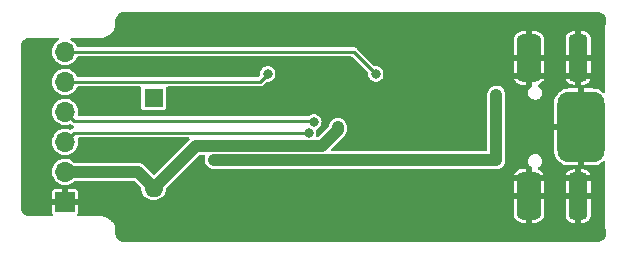
<source format=gbr>
%TF.GenerationSoftware,KiCad,Pcbnew,6.0.11+dfsg-1~bpo11+1*%
%TF.CreationDate,2024-03-27T15:17:51-04:00*%
%TF.ProjectId,Tool - ESP Module Flasher,546f6f6c-202d-4204-9553-50204d6f6475,1.0.0*%
%TF.SameCoordinates,Original*%
%TF.FileFunction,Copper,L2,Bot*%
%TF.FilePolarity,Positive*%
%FSLAX46Y46*%
G04 Gerber Fmt 4.6, Leading zero omitted, Abs format (unit mm)*
G04 Created by KiCad (PCBNEW 6.0.11+dfsg-1~bpo11+1) date 2024-03-27 15:17:51*
%MOMM*%
%LPD*%
G01*
G04 APERTURE LIST*
G04 Aperture macros list*
%AMRoundRect*
0 Rectangle with rounded corners*
0 $1 Rounding radius*
0 $2 $3 $4 $5 $6 $7 $8 $9 X,Y pos of 4 corners*
0 Add a 4 corners polygon primitive as box body*
4,1,4,$2,$3,$4,$5,$6,$7,$8,$9,$2,$3,0*
0 Add four circle primitives for the rounded corners*
1,1,$1+$1,$2,$3*
1,1,$1+$1,$4,$5*
1,1,$1+$1,$6,$7*
1,1,$1+$1,$8,$9*
0 Add four rect primitives between the rounded corners*
20,1,$1+$1,$2,$3,$4,$5,0*
20,1,$1+$1,$4,$5,$6,$7,0*
20,1,$1+$1,$6,$7,$8,$9,0*
20,1,$1+$1,$8,$9,$2,$3,0*%
G04 Aperture macros list end*
%TA.AperFunction,ComponentPad*%
%ADD10R,1.700000X1.700000*%
%TD*%
%TA.AperFunction,ComponentPad*%
%ADD11O,1.700000X1.700000*%
%TD*%
%TA.AperFunction,SMDPad,CuDef*%
%ADD12RoundRect,0.525000X0.525000X-1.475000X0.525000X1.475000X-0.525000X1.475000X-0.525000X-1.475000X0*%
%TD*%
%TA.AperFunction,ComponentPad*%
%ADD13O,2.100000X1.000000*%
%TD*%
%TA.AperFunction,ComponentPad*%
%ADD14O,1.600000X1.000000*%
%TD*%
%TA.AperFunction,ComponentPad*%
%ADD15RoundRect,1.000000X-1.000000X2.000000X-1.000000X-2.000000X1.000000X-2.000000X1.000000X2.000000X0*%
%TD*%
%TA.AperFunction,SMDPad,CuDef*%
%ADD16RoundRect,0.400000X0.400000X-1.600000X0.400000X1.600000X-0.400000X1.600000X-0.400000X-1.600000X0*%
%TD*%
%TA.AperFunction,ComponentPad*%
%ADD17R,1.600000X1.600000*%
%TD*%
%TA.AperFunction,ComponentPad*%
%ADD18O,1.600000X1.600000*%
%TD*%
%TA.AperFunction,ViaPad*%
%ADD19C,0.800000*%
%TD*%
%TA.AperFunction,ViaPad*%
%ADD20C,0.600000*%
%TD*%
%TA.AperFunction,ViaPad*%
%ADD21C,1.600000*%
%TD*%
%TA.AperFunction,ViaPad*%
%ADD22C,1.000000*%
%TD*%
%TA.AperFunction,Conductor*%
%ADD23C,0.250000*%
%TD*%
%TA.AperFunction,Conductor*%
%ADD24C,1.000000*%
%TD*%
%TA.AperFunction,Conductor*%
%ADD25C,0.600000*%
%TD*%
G04 APERTURE END LIST*
D10*
%TO.P,J802,1,Pin_1*%
%TO.N,GND*%
X103986000Y-106350000D03*
D11*
%TO.P,J802,2,Pin_2*%
%TO.N,I2C-Vcc*%
X103986000Y-103810000D03*
%TO.P,J802,3,Pin_3*%
%TO.N,RxD*%
X103986000Y-101270000D03*
%TO.P,J802,4,Pin_4*%
%TO.N,TxD*%
X103986000Y-98730000D03*
%TO.P,J802,5,Pin_5*%
%TO.N,io0*%
X103986000Y-96190000D03*
%TO.P,J802,6,Pin_6*%
%TO.N,~{RESET}*%
X103986000Y-93650000D03*
%TD*%
D12*
%TO.P,J102,S1,SHIELD*%
%TO.N,GND*%
X143281795Y-105846965D03*
D13*
X143270000Y-104320000D03*
D12*
X143281795Y-94153035D03*
D14*
X147450000Y-95680000D03*
D15*
X147670000Y-100000000D03*
D14*
X147450000Y-104320000D03*
D16*
X147450000Y-94153035D03*
X147450000Y-105846965D03*
D13*
X143270000Y-95680000D03*
%TD*%
D17*
%TO.P,SW202,1*%
%TO.N,Net-(C202-Pad1)*%
X111506000Y-97536000D03*
D18*
%TO.P,SW202,2*%
%TO.N,I2C-Vcc*%
X111506000Y-105156000D03*
%TD*%
D19*
%TO.N,io0*%
X121158000Y-95504000D03*
%TO.N,~{RESET}*%
X130302000Y-95504000D03*
%TO.N,TxD*%
X125052695Y-99591364D03*
%TO.N,RxD*%
X124624500Y-100494500D03*
D20*
%TO.N,GND*%
X129540000Y-100000000D03*
X135636000Y-100000000D03*
D21*
X149000000Y-109000000D03*
X149000000Y-91000000D03*
X125000000Y-91000000D03*
D20*
X138684000Y-98806000D03*
D21*
X125000000Y-109000000D03*
D20*
X138684000Y-101346000D03*
D19*
%TO.N,Vbus*%
X140508406Y-102815536D03*
D22*
X116586000Y-102794000D03*
D19*
X140517682Y-97255928D03*
D22*
%TO.N,I2C-Vcc*%
X127100000Y-100000000D03*
%TD*%
D23*
%TO.N,~{RESET}*%
X130302000Y-95504000D02*
X128448000Y-93650000D01*
X128448000Y-93650000D02*
X103986000Y-93650000D01*
%TO.N,io0*%
X121158000Y-95504000D02*
X120472000Y-96190000D01*
X120472000Y-96190000D02*
X103986000Y-96190000D01*
%TO.N,TxD*%
X125052695Y-99591364D02*
X124956328Y-99494997D01*
X124956328Y-99494997D02*
X104750997Y-99494997D01*
X104750997Y-99494997D02*
X103986000Y-98730000D01*
%TO.N,RxD*%
X124624500Y-100494500D02*
X104761500Y-100494500D01*
X104761500Y-100494500D02*
X103986000Y-101270000D01*
D24*
%TO.N,I2C-Vcc*%
X127100000Y-100000000D02*
X127100000Y-100230000D01*
X127100000Y-100230000D02*
X125736000Y-101594000D01*
X125736000Y-101594000D02*
X115068000Y-101594000D01*
X115068000Y-101594000D02*
X111506000Y-105156000D01*
X111506000Y-105156000D02*
X110160000Y-103810000D01*
X110160000Y-103810000D02*
X103986000Y-103810000D01*
%TO.N,Vbus*%
X140486870Y-102794000D02*
X116586000Y-102794000D01*
X140508406Y-102815536D02*
X140486870Y-102794000D01*
D25*
X140517682Y-102806260D02*
X140508406Y-102815536D01*
D24*
X140517682Y-97255928D02*
X140517682Y-102806260D01*
%TD*%
%TA.AperFunction,Conductor*%
%TO.N,GND*%
G36*
X148987103Y-90256921D02*
G01*
X149000000Y-90259486D01*
X149012170Y-90257065D01*
X149019856Y-90257065D01*
X149032207Y-90257672D01*
X149133092Y-90267609D01*
X149157309Y-90272425D01*
X149273426Y-90307649D01*
X149296226Y-90317093D01*
X149403239Y-90374292D01*
X149423770Y-90388011D01*
X149517556Y-90464981D01*
X149535019Y-90482444D01*
X149611989Y-90576230D01*
X149625708Y-90596761D01*
X149682907Y-90703774D01*
X149692351Y-90726574D01*
X149727575Y-90842691D01*
X149732391Y-90866908D01*
X149742328Y-90967793D01*
X149742935Y-90980144D01*
X149742935Y-90987830D01*
X149740514Y-91000000D01*
X149742935Y-91012170D01*
X149743079Y-91012894D01*
X149745500Y-91037476D01*
X149745500Y-96997767D01*
X149725498Y-97065888D01*
X149671842Y-97112381D01*
X149601568Y-97122485D01*
X149536988Y-97092991D01*
X149530405Y-97086862D01*
X149481600Y-97038057D01*
X149473021Y-97030883D01*
X149298423Y-96909534D01*
X149288716Y-96903997D01*
X149095390Y-96815486D01*
X149084850Y-96811753D01*
X148878658Y-96758813D01*
X148868128Y-96757047D01*
X148734870Y-96746207D01*
X148729765Y-96746000D01*
X147942115Y-96746000D01*
X147926876Y-96750475D01*
X147925671Y-96751865D01*
X147924000Y-96759548D01*
X147924000Y-103235885D01*
X147928475Y-103251124D01*
X147929865Y-103252329D01*
X147937548Y-103254000D01*
X148729765Y-103254000D01*
X148734870Y-103253793D01*
X148868128Y-103242953D01*
X148878658Y-103241187D01*
X149084850Y-103188247D01*
X149095390Y-103184514D01*
X149288716Y-103096003D01*
X149298423Y-103090466D01*
X149473021Y-102969117D01*
X149481600Y-102961943D01*
X149530405Y-102913138D01*
X149592717Y-102879112D01*
X149663532Y-102884177D01*
X149720368Y-102926724D01*
X149745179Y-102993244D01*
X149745500Y-103002233D01*
X149745500Y-108962524D01*
X149743079Y-108987103D01*
X149740514Y-109000000D01*
X149742935Y-109012170D01*
X149742935Y-109019856D01*
X149742328Y-109032207D01*
X149732391Y-109133092D01*
X149727575Y-109157309D01*
X149692351Y-109273426D01*
X149682907Y-109296226D01*
X149625708Y-109403239D01*
X149611989Y-109423770D01*
X149535019Y-109517556D01*
X149517556Y-109535019D01*
X149423770Y-109611989D01*
X149403239Y-109625708D01*
X149296226Y-109682907D01*
X149273426Y-109692351D01*
X149157309Y-109727575D01*
X149133092Y-109732391D01*
X149032207Y-109742328D01*
X149019856Y-109742935D01*
X149012170Y-109742935D01*
X149000000Y-109740514D01*
X148987103Y-109743079D01*
X148962524Y-109745500D01*
X109037476Y-109745500D01*
X109012897Y-109743079D01*
X109000000Y-109740514D01*
X108987830Y-109742935D01*
X108980144Y-109742935D01*
X108967793Y-109742328D01*
X108866908Y-109732391D01*
X108842691Y-109727575D01*
X108726574Y-109692351D01*
X108703774Y-109682907D01*
X108596761Y-109625708D01*
X108576230Y-109611989D01*
X108482444Y-109535019D01*
X108464981Y-109517556D01*
X108388011Y-109423770D01*
X108374292Y-109403239D01*
X108317093Y-109296226D01*
X108307649Y-109273426D01*
X108272425Y-109157309D01*
X108267609Y-109133092D01*
X108257672Y-109032207D01*
X108257065Y-109019856D01*
X108257065Y-109012170D01*
X108259486Y-109000000D01*
X108256921Y-108987103D01*
X108254500Y-108962524D01*
X108254500Y-108847476D01*
X108256921Y-108822894D01*
X108257065Y-108822171D01*
X108259486Y-108810000D01*
X108257654Y-108800791D01*
X108242886Y-108613146D01*
X108196790Y-108421140D01*
X108121224Y-108238708D01*
X108018050Y-108070343D01*
X108014843Y-108066588D01*
X108014840Y-108066584D01*
X107893016Y-107923948D01*
X107889808Y-107920192D01*
X107815350Y-107856598D01*
X107743416Y-107795160D01*
X107743412Y-107795157D01*
X107739657Y-107791950D01*
X107571292Y-107688776D01*
X107566722Y-107686883D01*
X107566718Y-107686881D01*
X107393433Y-107615104D01*
X107393431Y-107615103D01*
X107388860Y-107613210D01*
X107322853Y-107597363D01*
X107201667Y-107568269D01*
X107201661Y-107568268D01*
X107196854Y-107567114D01*
X107009209Y-107552346D01*
X107000000Y-107550514D01*
X106987103Y-107553079D01*
X106962524Y-107555500D01*
X105139675Y-107555500D01*
X105071554Y-107535498D01*
X105025061Y-107481842D01*
X105014957Y-107411568D01*
X105017222Y-107405658D01*
X141977796Y-107405658D01*
X141977845Y-107407364D01*
X141979263Y-107417273D01*
X142015791Y-107575493D01*
X142020441Y-107588698D01*
X142090376Y-107733364D01*
X142097833Y-107745206D01*
X142198080Y-107870784D01*
X142207976Y-107880680D01*
X142333554Y-107980927D01*
X142345396Y-107988384D01*
X142490062Y-108058319D01*
X142503267Y-108062969D01*
X142661495Y-108099499D01*
X142671380Y-108100915D01*
X142673132Y-108100965D01*
X143009680Y-108100965D01*
X143024919Y-108096490D01*
X143026124Y-108095100D01*
X143027795Y-108087417D01*
X143027795Y-108082849D01*
X143535795Y-108082849D01*
X143540270Y-108098088D01*
X143541660Y-108099293D01*
X143549343Y-108100964D01*
X143890488Y-108100964D01*
X143892194Y-108100915D01*
X143902103Y-108099497D01*
X144060323Y-108062969D01*
X144073528Y-108058319D01*
X144218194Y-107988384D01*
X144230036Y-107980927D01*
X144355614Y-107880680D01*
X144365510Y-107870784D01*
X144465757Y-107745206D01*
X144473214Y-107733364D01*
X144543149Y-107588698D01*
X144547799Y-107575493D01*
X144562795Y-107510537D01*
X146396001Y-107510537D01*
X146396195Y-107515472D01*
X146398413Y-107543668D01*
X146400714Y-107556269D01*
X146442806Y-107701151D01*
X146449053Y-107715587D01*
X146525097Y-107844171D01*
X146534737Y-107856598D01*
X146640367Y-107962228D01*
X146652794Y-107971868D01*
X146781378Y-108047912D01*
X146795814Y-108054159D01*
X146940702Y-108096252D01*
X146953289Y-108098552D01*
X146981499Y-108100772D01*
X146986424Y-108100965D01*
X147177885Y-108100965D01*
X147193124Y-108096490D01*
X147194329Y-108095100D01*
X147196000Y-108087417D01*
X147196000Y-108082849D01*
X147704000Y-108082849D01*
X147708475Y-108098088D01*
X147709865Y-108099293D01*
X147717548Y-108100964D01*
X147913572Y-108100964D01*
X147918507Y-108100770D01*
X147946703Y-108098552D01*
X147959304Y-108096251D01*
X148104186Y-108054159D01*
X148118622Y-108047912D01*
X148247206Y-107971868D01*
X148259633Y-107962228D01*
X148365263Y-107856598D01*
X148374903Y-107844171D01*
X148450947Y-107715587D01*
X148457194Y-107701151D01*
X148499287Y-107556263D01*
X148501587Y-107543676D01*
X148503807Y-107515466D01*
X148504000Y-107510541D01*
X148504000Y-106119080D01*
X148499525Y-106103841D01*
X148498135Y-106102636D01*
X148490452Y-106100965D01*
X147722115Y-106100965D01*
X147706876Y-106105440D01*
X147705671Y-106106830D01*
X147704000Y-106114513D01*
X147704000Y-108082849D01*
X147196000Y-108082849D01*
X147196000Y-106119080D01*
X147191525Y-106103841D01*
X147190135Y-106102636D01*
X147182452Y-106100965D01*
X146414116Y-106100965D01*
X146398877Y-106105440D01*
X146397672Y-106106830D01*
X146396001Y-106114513D01*
X146396001Y-107510537D01*
X144562795Y-107510537D01*
X144584329Y-107417265D01*
X144585745Y-107407380D01*
X144585795Y-107405628D01*
X144585795Y-106119080D01*
X144581320Y-106103841D01*
X144579930Y-106102636D01*
X144572247Y-106100965D01*
X143553910Y-106100965D01*
X143538671Y-106105440D01*
X143537466Y-106106830D01*
X143535795Y-106114513D01*
X143535795Y-108082849D01*
X143027795Y-108082849D01*
X143027795Y-106119080D01*
X143023320Y-106103841D01*
X143021930Y-106102636D01*
X143014247Y-106100965D01*
X141995911Y-106100965D01*
X141980672Y-106105440D01*
X141979467Y-106106830D01*
X141977796Y-106114513D01*
X141977796Y-107405658D01*
X105017222Y-107405658D01*
X105034910Y-107359498D01*
X105068368Y-107309425D01*
X105077684Y-107286934D01*
X105088793Y-107231085D01*
X105090000Y-107218830D01*
X105090000Y-106622115D01*
X105085525Y-106606876D01*
X105084135Y-106605671D01*
X105076452Y-106604000D01*
X102900116Y-106604000D01*
X102884877Y-106608475D01*
X102883672Y-106609865D01*
X102882001Y-106617548D01*
X102882001Y-107218828D01*
X102883209Y-107231088D01*
X102894315Y-107286931D01*
X102903633Y-107309427D01*
X102937090Y-107359498D01*
X102958305Y-107427251D01*
X102939522Y-107495717D01*
X102886705Y-107543161D01*
X102832325Y-107555500D01*
X101037476Y-107555500D01*
X101012897Y-107553079D01*
X101000000Y-107550514D01*
X100987830Y-107552935D01*
X100980144Y-107552935D01*
X100967793Y-107552328D01*
X100866908Y-107542391D01*
X100842691Y-107537575D01*
X100726574Y-107502351D01*
X100703774Y-107492907D01*
X100596761Y-107435708D01*
X100576230Y-107421989D01*
X100482444Y-107345019D01*
X100464981Y-107327556D01*
X100388011Y-107233770D01*
X100374292Y-107213239D01*
X100317093Y-107106226D01*
X100307649Y-107083426D01*
X100272425Y-106967309D01*
X100267609Y-106943092D01*
X100257672Y-106842207D01*
X100257065Y-106829856D01*
X100257065Y-106822170D01*
X100259486Y-106810000D01*
X100256921Y-106797103D01*
X100254500Y-106772524D01*
X100254500Y-106077885D01*
X102882000Y-106077885D01*
X102886475Y-106093124D01*
X102887865Y-106094329D01*
X102895548Y-106096000D01*
X103713885Y-106096000D01*
X103729124Y-106091525D01*
X103730329Y-106090135D01*
X103732000Y-106082452D01*
X103732000Y-106077885D01*
X104240000Y-106077885D01*
X104244475Y-106093124D01*
X104245865Y-106094329D01*
X104253548Y-106096000D01*
X105071884Y-106096000D01*
X105087123Y-106091525D01*
X105088328Y-106090135D01*
X105089999Y-106082452D01*
X105089999Y-105481172D01*
X105088791Y-105468912D01*
X105077685Y-105413069D01*
X105068367Y-105390573D01*
X105026017Y-105327192D01*
X105008808Y-105309983D01*
X104945425Y-105267632D01*
X104922934Y-105258316D01*
X104867085Y-105247207D01*
X104854830Y-105246000D01*
X104258115Y-105246000D01*
X104242876Y-105250475D01*
X104241671Y-105251865D01*
X104240000Y-105259548D01*
X104240000Y-106077885D01*
X103732000Y-106077885D01*
X103732000Y-105264116D01*
X103727525Y-105248877D01*
X103726135Y-105247672D01*
X103718452Y-105246001D01*
X103117172Y-105246001D01*
X103104912Y-105247209D01*
X103049069Y-105258315D01*
X103026573Y-105267633D01*
X102963192Y-105309983D01*
X102945983Y-105327192D01*
X102903632Y-105390575D01*
X102894316Y-105413066D01*
X102883207Y-105468915D01*
X102882000Y-105481170D01*
X102882000Y-106077885D01*
X100254500Y-106077885D01*
X100254500Y-103780964D01*
X102877148Y-103780964D01*
X102890424Y-103983522D01*
X102891845Y-103989118D01*
X102891846Y-103989123D01*
X102911371Y-104066000D01*
X102940392Y-104180269D01*
X103025377Y-104364616D01*
X103142533Y-104530389D01*
X103287938Y-104672035D01*
X103456720Y-104784812D01*
X103462023Y-104787090D01*
X103462026Y-104787092D01*
X103550707Y-104825192D01*
X103643228Y-104864942D01*
X103716244Y-104881464D01*
X103835579Y-104908467D01*
X103835584Y-104908468D01*
X103841216Y-104909742D01*
X103846987Y-104909969D01*
X103846989Y-104909969D01*
X103906756Y-104912317D01*
X104044053Y-104917712D01*
X104144499Y-104903148D01*
X104239231Y-104889413D01*
X104239236Y-104889412D01*
X104244945Y-104888584D01*
X104250409Y-104886729D01*
X104250414Y-104886728D01*
X104431693Y-104825192D01*
X104431698Y-104825190D01*
X104437165Y-104823334D01*
X104614276Y-104724147D01*
X104676934Y-104672035D01*
X104770345Y-104594345D01*
X104771945Y-104596269D01*
X104824851Y-104567379D01*
X104851634Y-104564500D01*
X109795284Y-104564500D01*
X109863405Y-104584502D01*
X109884379Y-104601405D01*
X110415942Y-105132968D01*
X110449968Y-105195280D01*
X110452405Y-105211519D01*
X110460674Y-105309983D01*
X110463806Y-105347278D01*
X110520807Y-105546066D01*
X110523625Y-105551548D01*
X110523626Y-105551552D01*
X110612514Y-105724509D01*
X110612517Y-105724513D01*
X110615334Y-105729995D01*
X110743786Y-105892061D01*
X110901271Y-106026091D01*
X111081789Y-106126980D01*
X111278466Y-106190884D01*
X111483809Y-106215370D01*
X111489944Y-106214898D01*
X111489946Y-106214898D01*
X111683856Y-106199977D01*
X111683860Y-106199976D01*
X111689998Y-106199504D01*
X111889178Y-106143892D01*
X111894682Y-106141112D01*
X111894684Y-106141111D01*
X112068262Y-106053431D01*
X112068264Y-106053430D01*
X112073763Y-106050652D01*
X112236722Y-105923334D01*
X112240748Y-105918670D01*
X112240751Y-105918667D01*
X112367819Y-105771457D01*
X112367820Y-105771455D01*
X112371848Y-105766789D01*
X112422922Y-105676884D01*
X112470950Y-105592340D01*
X112470952Y-105592336D01*
X112473995Y-105586979D01*
X112478030Y-105574850D01*
X141977795Y-105574850D01*
X141982270Y-105590089D01*
X141983660Y-105591294D01*
X141991343Y-105592965D01*
X143009680Y-105592965D01*
X143024919Y-105588490D01*
X143026124Y-105587100D01*
X143027795Y-105579417D01*
X143027795Y-105574850D01*
X143535795Y-105574850D01*
X143540270Y-105590089D01*
X143541660Y-105591294D01*
X143549343Y-105592965D01*
X144567679Y-105592965D01*
X144582918Y-105588490D01*
X144584123Y-105587100D01*
X144585794Y-105579417D01*
X144585794Y-105574850D01*
X146396000Y-105574850D01*
X146400475Y-105590089D01*
X146401865Y-105591294D01*
X146409548Y-105592965D01*
X147177885Y-105592965D01*
X147193124Y-105588490D01*
X147194329Y-105587100D01*
X147196000Y-105579417D01*
X147196000Y-105574850D01*
X147704000Y-105574850D01*
X147708475Y-105590089D01*
X147709865Y-105591294D01*
X147717548Y-105592965D01*
X148485884Y-105592965D01*
X148501123Y-105588490D01*
X148502328Y-105587100D01*
X148503999Y-105579417D01*
X148503999Y-104592115D01*
X148499524Y-104576876D01*
X148498134Y-104575671D01*
X148490451Y-104574000D01*
X147722115Y-104574000D01*
X147706876Y-104578475D01*
X147705671Y-104579865D01*
X147704000Y-104587548D01*
X147704000Y-105574850D01*
X147196000Y-105574850D01*
X147196000Y-104592115D01*
X147191525Y-104576876D01*
X147190135Y-104575671D01*
X147182452Y-104574000D01*
X146414115Y-104574000D01*
X146398876Y-104578475D01*
X146397671Y-104579865D01*
X146396000Y-104587548D01*
X146396000Y-105574850D01*
X144585794Y-105574850D01*
X144585794Y-104592115D01*
X144581319Y-104576876D01*
X144579929Y-104575671D01*
X144572246Y-104574000D01*
X143553910Y-104574000D01*
X143538671Y-104578475D01*
X143537466Y-104579865D01*
X143535795Y-104587548D01*
X143535795Y-105574850D01*
X143027795Y-105574850D01*
X143027795Y-105132115D01*
X143021104Y-105109328D01*
X143016000Y-105073830D01*
X143016000Y-104592115D01*
X143011525Y-104576876D01*
X143010135Y-104575671D01*
X143002452Y-104574000D01*
X141995910Y-104574000D01*
X141980671Y-104578475D01*
X141979466Y-104579865D01*
X141977795Y-104587548D01*
X141977795Y-105574850D01*
X112478030Y-105574850D01*
X112539270Y-105390753D01*
X112562927Y-105203489D01*
X112591309Y-105138413D01*
X112598838Y-105130187D01*
X113666261Y-104062764D01*
X142014209Y-104062764D01*
X142021139Y-104066000D01*
X142997885Y-104066000D01*
X143013124Y-104061525D01*
X143014329Y-104060135D01*
X143016000Y-104052452D01*
X143016000Y-103584115D01*
X143011525Y-103568876D01*
X143010135Y-103567671D01*
X143002452Y-103566000D01*
X142679637Y-103566000D01*
X142672333Y-103566425D01*
X142552634Y-103580380D01*
X142538481Y-103583725D01*
X142386970Y-103638721D01*
X142373971Y-103645231D01*
X142239174Y-103733608D01*
X142228022Y-103742932D01*
X142117172Y-103859947D01*
X142108460Y-103871592D01*
X142027506Y-104010966D01*
X142021706Y-104024304D01*
X142014329Y-104048662D01*
X142014209Y-104062764D01*
X113666261Y-104062764D01*
X115343619Y-102385405D01*
X115405931Y-102351379D01*
X115432714Y-102348500D01*
X115762742Y-102348500D01*
X115830863Y-102368502D01*
X115877356Y-102422158D01*
X115887460Y-102492432D01*
X115883334Y-102511018D01*
X115870971Y-102551838D01*
X115868796Y-102558365D01*
X115848015Y-102615463D01*
X115847132Y-102622454D01*
X115846710Y-102625794D01*
X115842296Y-102646516D01*
X115840491Y-102652475D01*
X115840490Y-102652479D01*
X115838370Y-102659480D01*
X115837917Y-102666786D01*
X115834678Y-102719004D01*
X115833928Y-102726980D01*
X115826800Y-102783399D01*
X115827488Y-102790414D01*
X115828194Y-102797619D01*
X115828553Y-102817715D01*
X115827929Y-102827767D01*
X115827929Y-102827773D01*
X115827476Y-102835080D01*
X115836931Y-102890108D01*
X115838147Y-102899127D01*
X115843318Y-102951862D01*
X115849052Y-102969098D01*
X115853671Y-102987524D01*
X115857271Y-103008477D01*
X115860134Y-103015206D01*
X115860135Y-103015209D01*
X115868768Y-103035498D01*
X115877573Y-103056189D01*
X115877636Y-103056338D01*
X115881251Y-103065893D01*
X115896748Y-103112479D01*
X115908161Y-103131323D01*
X115916319Y-103147250D01*
X115926156Y-103170368D01*
X115930495Y-103176264D01*
X115954713Y-103209173D01*
X115961007Y-103218583D01*
X115980715Y-103251124D01*
X115984435Y-103257267D01*
X115989326Y-103262332D01*
X115989327Y-103262333D01*
X116002418Y-103275889D01*
X116013262Y-103288733D01*
X116030437Y-103312071D01*
X116036021Y-103316815D01*
X116064236Y-103340786D01*
X116073292Y-103349282D01*
X116097127Y-103373964D01*
X116097131Y-103373967D01*
X116102021Y-103379031D01*
X116126923Y-103395326D01*
X116139505Y-103404731D01*
X116158941Y-103421243D01*
X116158945Y-103421246D01*
X116164520Y-103425982D01*
X116181133Y-103434465D01*
X116200601Y-103444406D01*
X116212293Y-103451191D01*
X116243660Y-103471717D01*
X116250260Y-103474171D01*
X116250261Y-103474172D01*
X116275172Y-103483436D01*
X116288556Y-103489318D01*
X116314687Y-103502662D01*
X116314693Y-103502664D01*
X116321212Y-103505993D01*
X116356842Y-103514711D01*
X116370791Y-103518996D01*
X116402315Y-103530720D01*
X116426859Y-103533995D01*
X116439472Y-103535678D01*
X116452754Y-103538182D01*
X116486651Y-103546476D01*
X116486655Y-103546477D01*
X116492108Y-103547811D01*
X116497705Y-103548158D01*
X116497710Y-103548159D01*
X116501275Y-103548380D01*
X116501284Y-103548380D01*
X116503214Y-103548500D01*
X116527204Y-103548500D01*
X116543868Y-103549607D01*
X116563118Y-103552176D01*
X116563122Y-103552176D01*
X116570099Y-103553107D01*
X116577110Y-103552469D01*
X116577114Y-103552469D01*
X116615020Y-103549019D01*
X116626439Y-103548500D01*
X140314137Y-103548500D01*
X140339797Y-103551140D01*
X140440879Y-103572165D01*
X140616752Y-103567406D01*
X140786814Y-103522315D01*
X140793264Y-103518864D01*
X140793266Y-103518863D01*
X140878446Y-103473285D01*
X140886581Y-103469388D01*
X140887314Y-103468970D01*
X140894050Y-103466104D01*
X140899758Y-103461904D01*
X140900979Y-103461229D01*
X140906609Y-103458217D01*
X140941941Y-103439311D01*
X140981095Y-103404731D01*
X140995120Y-103392345D01*
X141003846Y-103385304D01*
X141029854Y-103366165D01*
X141029858Y-103366161D01*
X141035753Y-103361823D01*
X141048160Y-103347219D01*
X141060768Y-103334367D01*
X141073812Y-103322846D01*
X141095047Y-103292799D01*
X141101912Y-103283950D01*
X141144925Y-103233320D01*
X141144930Y-103233312D01*
X141149664Y-103227740D01*
X141172156Y-103183692D01*
X141172671Y-103183955D01*
X141173126Y-103182319D01*
X141175354Y-103179167D01*
X141178093Y-103172370D01*
X141179298Y-103170160D01*
X141181227Y-103165927D01*
X141226348Y-103077564D01*
X141226349Y-103077562D01*
X141229675Y-103071048D01*
X141232125Y-103061039D01*
X141257205Y-102958541D01*
X141271493Y-102900152D01*
X141272123Y-102890000D01*
X143215500Y-102890000D01*
X143235416Y-103041280D01*
X143293808Y-103182250D01*
X143386696Y-103303304D01*
X143393242Y-103308327D01*
X143507750Y-103396192D01*
X143506240Y-103398160D01*
X143546569Y-103440450D01*
X143560010Y-103510163D01*
X143541469Y-103553465D01*
X143535795Y-103579548D01*
X143535795Y-104047885D01*
X143540270Y-104063124D01*
X143541660Y-104064329D01*
X143549343Y-104066000D01*
X144513254Y-104066000D01*
X144526785Y-104062027D01*
X144527516Y-104056944D01*
X144523967Y-104048604D01*
X146426588Y-104048604D01*
X146426628Y-104062705D01*
X146433898Y-104066000D01*
X147177885Y-104066000D01*
X147193124Y-104061525D01*
X147194329Y-104060135D01*
X147196000Y-104052452D01*
X147196000Y-104047885D01*
X147704000Y-104047885D01*
X147708475Y-104063124D01*
X147709865Y-104064329D01*
X147717548Y-104066000D01*
X148460351Y-104066000D01*
X148473882Y-104062027D01*
X148475017Y-104054129D01*
X148457193Y-103992778D01*
X148450948Y-103978345D01*
X148374903Y-103849759D01*
X148365263Y-103837332D01*
X148259633Y-103731702D01*
X148247206Y-103722062D01*
X148118622Y-103646018D01*
X148104187Y-103639772D01*
X148050047Y-103624042D01*
X148027905Y-103615264D01*
X148021139Y-103611809D01*
X148007500Y-103606737D01*
X147849284Y-103568023D01*
X147838225Y-103566340D01*
X147834679Y-103566120D01*
X147830801Y-103566000D01*
X147722115Y-103566000D01*
X147706876Y-103570475D01*
X147705671Y-103571865D01*
X147704000Y-103579548D01*
X147704000Y-104047885D01*
X147196000Y-104047885D01*
X147196000Y-103584115D01*
X147191525Y-103568876D01*
X147190135Y-103567671D01*
X147182452Y-103566000D01*
X147109637Y-103566000D01*
X147102333Y-103566425D01*
X146982634Y-103580380D01*
X146968481Y-103583726D01*
X146891183Y-103611783D01*
X146883345Y-103614341D01*
X146795814Y-103639771D01*
X146781378Y-103646018D01*
X146652794Y-103722062D01*
X146640367Y-103731702D01*
X146534737Y-103837332D01*
X146525097Y-103849759D01*
X146449052Y-103978345D01*
X146442807Y-103992778D01*
X146426588Y-104048604D01*
X144523967Y-104048604D01*
X144482271Y-103950612D01*
X144475071Y-103937988D01*
X144379533Y-103808167D01*
X144369619Y-103797536D01*
X144246775Y-103693172D01*
X144234686Y-103685109D01*
X144098865Y-103615755D01*
X144047292Y-103566961D01*
X144030286Y-103498032D01*
X144053246Y-103430850D01*
X144090370Y-103396971D01*
X144092250Y-103396192D01*
X144187836Y-103322846D01*
X144206758Y-103308327D01*
X144213304Y-103303304D01*
X144306192Y-103182250D01*
X144364584Y-103041280D01*
X144384500Y-102890000D01*
X144373813Y-102808824D01*
X144365662Y-102746908D01*
X144364584Y-102738720D01*
X144358078Y-102723012D01*
X144334788Y-102666786D01*
X144306192Y-102597750D01*
X144213304Y-102476696D01*
X144092250Y-102383808D01*
X143951280Y-102325416D01*
X143837980Y-102310500D01*
X143762020Y-102310500D01*
X143648720Y-102325416D01*
X143507750Y-102383808D01*
X143386696Y-102476696D01*
X143293808Y-102597750D01*
X143265212Y-102666786D01*
X143241923Y-102723012D01*
X143235416Y-102738720D01*
X143234338Y-102746908D01*
X143226187Y-102808824D01*
X143215500Y-102890000D01*
X141272123Y-102890000D01*
X141272182Y-102889046D01*
X141272182Y-102059765D01*
X145416000Y-102059765D01*
X145416207Y-102064870D01*
X145427047Y-102198128D01*
X145428813Y-102208658D01*
X145481753Y-102414850D01*
X145485486Y-102425390D01*
X145573997Y-102618716D01*
X145579534Y-102628423D01*
X145700883Y-102803021D01*
X145708057Y-102811600D01*
X145858400Y-102961943D01*
X145866979Y-102969117D01*
X146041577Y-103090466D01*
X146051284Y-103096003D01*
X146244610Y-103184514D01*
X146255150Y-103188247D01*
X146461342Y-103241187D01*
X146471872Y-103242953D01*
X146605130Y-103253793D01*
X146610235Y-103254000D01*
X147397885Y-103254000D01*
X147413124Y-103249525D01*
X147414329Y-103248135D01*
X147416000Y-103240452D01*
X147416000Y-100272115D01*
X147411525Y-100256876D01*
X147410135Y-100255671D01*
X147402452Y-100254000D01*
X145434115Y-100254000D01*
X145418876Y-100258475D01*
X145417671Y-100259865D01*
X145416000Y-100267548D01*
X145416000Y-102059765D01*
X141272182Y-102059765D01*
X141272182Y-99727885D01*
X145416000Y-99727885D01*
X145420475Y-99743124D01*
X145421865Y-99744329D01*
X145429548Y-99746000D01*
X147397885Y-99746000D01*
X147413124Y-99741525D01*
X147414329Y-99740135D01*
X147416000Y-99732452D01*
X147416000Y-96764115D01*
X147411525Y-96748876D01*
X147410135Y-96747671D01*
X147402452Y-96746000D01*
X146610235Y-96746000D01*
X146605130Y-96746207D01*
X146471872Y-96757047D01*
X146461342Y-96758813D01*
X146255150Y-96811753D01*
X146244610Y-96815486D01*
X146051284Y-96903997D01*
X146041577Y-96909534D01*
X145866979Y-97030883D01*
X145858400Y-97038057D01*
X145708057Y-97188400D01*
X145700883Y-97196979D01*
X145579534Y-97371577D01*
X145573997Y-97381284D01*
X145485486Y-97574610D01*
X145481753Y-97585150D01*
X145428813Y-97791342D01*
X145427047Y-97801872D01*
X145416207Y-97935130D01*
X145416000Y-97940235D01*
X145416000Y-99727885D01*
X141272182Y-99727885D01*
X141272182Y-97211875D01*
X141260305Y-97110000D01*
X143215500Y-97110000D01*
X143235416Y-97261280D01*
X143293808Y-97402250D01*
X143386696Y-97523304D01*
X143507750Y-97616192D01*
X143648720Y-97674584D01*
X143762020Y-97689500D01*
X143837980Y-97689500D01*
X143951280Y-97674584D01*
X144092250Y-97616192D01*
X144213304Y-97523304D01*
X144306192Y-97402250D01*
X144364584Y-97261280D01*
X144384500Y-97110000D01*
X144364584Y-96958720D01*
X144306192Y-96817750D01*
X144213304Y-96696696D01*
X144092250Y-96603808D01*
X144089172Y-96602533D01*
X144041752Y-96552803D01*
X144028314Y-96483090D01*
X144054699Y-96417178D01*
X144110752Y-96376625D01*
X144153033Y-96361278D01*
X144166029Y-96354769D01*
X144300826Y-96266392D01*
X144311978Y-96257068D01*
X144422828Y-96140053D01*
X144431540Y-96128408D01*
X144512494Y-95989034D01*
X144518294Y-95975696D01*
X144525671Y-95951338D01*
X144525718Y-95945871D01*
X146424983Y-95945871D01*
X146442807Y-96007222D01*
X146449052Y-96021655D01*
X146525097Y-96150241D01*
X146534737Y-96162668D01*
X146640367Y-96268298D01*
X146652794Y-96277938D01*
X146781378Y-96353982D01*
X146795813Y-96360228D01*
X146849953Y-96375958D01*
X146872095Y-96384736D01*
X146878861Y-96388191D01*
X146892500Y-96393263D01*
X147050716Y-96431977D01*
X147061775Y-96433660D01*
X147065321Y-96433880D01*
X147069199Y-96434000D01*
X147177885Y-96434000D01*
X147193124Y-96429525D01*
X147194329Y-96428135D01*
X147196000Y-96420452D01*
X147196000Y-96415885D01*
X147704000Y-96415885D01*
X147708475Y-96431124D01*
X147709865Y-96432329D01*
X147717548Y-96434000D01*
X147790363Y-96434000D01*
X147797667Y-96433575D01*
X147917366Y-96419620D01*
X147931519Y-96416274D01*
X148008817Y-96388217D01*
X148016655Y-96385659D01*
X148104186Y-96360229D01*
X148118622Y-96353982D01*
X148247206Y-96277938D01*
X148259633Y-96268298D01*
X148365263Y-96162668D01*
X148374903Y-96150241D01*
X148450948Y-96021655D01*
X148457193Y-96007222D01*
X148473412Y-95951396D01*
X148473372Y-95937295D01*
X148466102Y-95934000D01*
X147722115Y-95934000D01*
X147706876Y-95938475D01*
X147705671Y-95939865D01*
X147704000Y-95947548D01*
X147704000Y-96415885D01*
X147196000Y-96415885D01*
X147196000Y-95952115D01*
X147191525Y-95936876D01*
X147190135Y-95935671D01*
X147182452Y-95934000D01*
X146439649Y-95934000D01*
X146426118Y-95937973D01*
X146424983Y-95945871D01*
X144525718Y-95945871D01*
X144525791Y-95937236D01*
X144518861Y-95934000D01*
X143553910Y-95934000D01*
X143538671Y-95938475D01*
X143537466Y-95939865D01*
X143535795Y-95947548D01*
X143535795Y-96415885D01*
X143550062Y-96464474D01*
X143552386Y-96468090D01*
X143552386Y-96539087D01*
X143514002Y-96598813D01*
X143507483Y-96603460D01*
X143507750Y-96603808D01*
X143386696Y-96696696D01*
X143293808Y-96817750D01*
X143235416Y-96958720D01*
X143215500Y-97110000D01*
X141260305Y-97110000D01*
X141256944Y-97081174D01*
X141251396Y-97065888D01*
X141199411Y-96922673D01*
X141196914Y-96915794D01*
X141189180Y-96903997D01*
X141139923Y-96828869D01*
X141100448Y-96768660D01*
X140972722Y-96647664D01*
X140820586Y-96559296D01*
X140652202Y-96508298D01*
X140476602Y-96497404D01*
X140469386Y-96498644D01*
X140469384Y-96498644D01*
X140310420Y-96525959D01*
X140310418Y-96525960D01*
X140303205Y-96527199D01*
X140141314Y-96596084D01*
X139999611Y-96700365D01*
X139885700Y-96834448D01*
X139882372Y-96840966D01*
X139809016Y-96984623D01*
X139809014Y-96984628D01*
X139805689Y-96991140D01*
X139803950Y-96998246D01*
X139803949Y-96998249D01*
X139787398Y-97065888D01*
X139763871Y-97162036D01*
X139763182Y-97173142D01*
X139763182Y-101913500D01*
X139743180Y-101981621D01*
X139689524Y-102028114D01*
X139637182Y-102039500D01*
X126661715Y-102039500D01*
X126593594Y-102019498D01*
X126547101Y-101965842D01*
X126536997Y-101895568D01*
X126566491Y-101830988D01*
X126572620Y-101824405D01*
X127586301Y-100810723D01*
X127600712Y-100798338D01*
X127618071Y-100785563D01*
X127652089Y-100745521D01*
X127659019Y-100738005D01*
X127664662Y-100732362D01*
X127682214Y-100710178D01*
X127684981Y-100706804D01*
X127727243Y-100657058D01*
X127731982Y-100651480D01*
X127735311Y-100644961D01*
X127738628Y-100639987D01*
X127741763Y-100634911D01*
X127746307Y-100629168D01*
X127777053Y-100563382D01*
X127778985Y-100559430D01*
X127808665Y-100501305D01*
X127811993Y-100494788D01*
X127813732Y-100487680D01*
X127815814Y-100482082D01*
X127817701Y-100476409D01*
X127820800Y-100469779D01*
X127835585Y-100398697D01*
X127836556Y-100394406D01*
X127852477Y-100329344D01*
X127852477Y-100329343D01*
X127853811Y-100323892D01*
X127854500Y-100312786D01*
X127854534Y-100312788D01*
X127854777Y-100308729D01*
X127855137Y-100304695D01*
X127856628Y-100297527D01*
X127854546Y-100220585D01*
X127854500Y-100217177D01*
X127854500Y-100061875D01*
X127855726Y-100044339D01*
X127858427Y-100025123D01*
X127858427Y-100025118D01*
X127858978Y-100021200D01*
X127859274Y-100000000D01*
X127854615Y-99958461D01*
X127854500Y-99957108D01*
X127854500Y-99955947D01*
X127850091Y-99918127D01*
X127840406Y-99831784D01*
X127839832Y-99830136D01*
X127839262Y-99825246D01*
X127828956Y-99796852D01*
X127815149Y-99758817D01*
X127811623Y-99749104D01*
X127811075Y-99747559D01*
X127787054Y-99678580D01*
X127784738Y-99671929D01*
X127782658Y-99668600D01*
X127781729Y-99666744D01*
X127779232Y-99659866D01*
X127775222Y-99653749D01*
X127775218Y-99653742D01*
X127736660Y-99594933D01*
X127735234Y-99592707D01*
X127695038Y-99528379D01*
X127690605Y-99523914D01*
X127688038Y-99520359D01*
X127686782Y-99518856D01*
X127682766Y-99512732D01*
X127677452Y-99507698D01*
X127677447Y-99507692D01*
X127629070Y-99461865D01*
X127626332Y-99459192D01*
X127575764Y-99408269D01*
X127569818Y-99404496D01*
X127565155Y-99400746D01*
X127562078Y-99398060D01*
X127560356Y-99396772D01*
X127555040Y-99391736D01*
X127494288Y-99356449D01*
X127490079Y-99353891D01*
X127438799Y-99321347D01*
X127438791Y-99321343D01*
X127432844Y-99317569D01*
X127426207Y-99315206D01*
X127419874Y-99312117D01*
X127419959Y-99311942D01*
X127411862Y-99308188D01*
X127409236Y-99307046D01*
X127402904Y-99303368D01*
X127368715Y-99293013D01*
X127339277Y-99284097D01*
X127333536Y-99282207D01*
X127273381Y-99260787D01*
X127266386Y-99259953D01*
X127266382Y-99259952D01*
X127266116Y-99259920D01*
X127244519Y-99255399D01*
X127234520Y-99252370D01*
X127171957Y-99248489D01*
X127164847Y-99247845D01*
X127105301Y-99240745D01*
X127098298Y-99241481D01*
X127098295Y-99241481D01*
X127094176Y-99241914D01*
X127073207Y-99242362D01*
X127066233Y-99241929D01*
X127066227Y-99241929D01*
X127058920Y-99241476D01*
X127000884Y-99251448D01*
X126992728Y-99252577D01*
X126985626Y-99253323D01*
X126943964Y-99257701D01*
X126943959Y-99257702D01*
X126936957Y-99258438D01*
X126922698Y-99263292D01*
X126903437Y-99268193D01*
X126892739Y-99270031D01*
X126892738Y-99270031D01*
X126885523Y-99271271D01*
X126878786Y-99274137D01*
X126878781Y-99274139D01*
X126834860Y-99292827D01*
X126826136Y-99296163D01*
X126783390Y-99310716D01*
X126783388Y-99310717D01*
X126776717Y-99312988D01*
X126770722Y-99316676D01*
X126770714Y-99316680D01*
X126760590Y-99322909D01*
X126743903Y-99331531D01*
X126723632Y-99340156D01*
X126717737Y-99344494D01*
X126717734Y-99344496D01*
X126682355Y-99370532D01*
X126673693Y-99376369D01*
X126638546Y-99397991D01*
X126638542Y-99397994D01*
X126632544Y-99401684D01*
X126627511Y-99406613D01*
X126616259Y-99417632D01*
X126602780Y-99429093D01*
X126587826Y-99440097D01*
X126587824Y-99440099D01*
X126581929Y-99444437D01*
X126577189Y-99450016D01*
X126577186Y-99450019D01*
X126551220Y-99480582D01*
X126543355Y-99489024D01*
X126519146Y-99512732D01*
X126511605Y-99520117D01*
X126497161Y-99542529D01*
X126487277Y-99555850D01*
X126468018Y-99578520D01*
X126452324Y-99609255D01*
X126448202Y-99617328D01*
X126441896Y-99628282D01*
X126423729Y-99656471D01*
X126423725Y-99656478D01*
X126419909Y-99662400D01*
X126409465Y-99691096D01*
X126403286Y-99705291D01*
X126388007Y-99735212D01*
X126386268Y-99742319D01*
X126378562Y-99773811D01*
X126374574Y-99786956D01*
X126366401Y-99809413D01*
X126362015Y-99821463D01*
X126357701Y-99855608D01*
X126355088Y-99869740D01*
X126353383Y-99876710D01*
X126351105Y-99886019D01*
X126317811Y-99945165D01*
X125469394Y-100793582D01*
X125407082Y-100827608D01*
X125336267Y-100822543D01*
X125279431Y-100779996D01*
X125254620Y-100713476D01*
X125258580Y-100672012D01*
X125261342Y-100665141D01*
X125276107Y-100561394D01*
X125283081Y-100512391D01*
X125283081Y-100512388D01*
X125283662Y-100508307D01*
X125283807Y-100494500D01*
X125280816Y-100469779D01*
X125271955Y-100396557D01*
X125264776Y-100337233D01*
X125262093Y-100330133D01*
X125261681Y-100328455D01*
X125264859Y-100257530D01*
X125305879Y-100199582D01*
X125327431Y-100185840D01*
X125410766Y-100143927D01*
X125417550Y-100140515D01*
X125423321Y-100135586D01*
X125423324Y-100135584D01*
X125532231Y-100042568D01*
X125532231Y-100042567D01*
X125538009Y-100037633D01*
X125630450Y-99908988D01*
X125689537Y-99762005D01*
X125697607Y-99705297D01*
X125711276Y-99609255D01*
X125711276Y-99609252D01*
X125711857Y-99605171D01*
X125712002Y-99591364D01*
X125692971Y-99434097D01*
X125636975Y-99285910D01*
X125626062Y-99270031D01*
X125551550Y-99161615D01*
X125551549Y-99161613D01*
X125547248Y-99155356D01*
X125428970Y-99049975D01*
X125421584Y-99046064D01*
X125295683Y-98979403D01*
X125295684Y-98979403D01*
X125288969Y-98975848D01*
X125135328Y-98937256D01*
X125127729Y-98937216D01*
X125127728Y-98937216D01*
X125061876Y-98936871D01*
X124976916Y-98936426D01*
X124969536Y-98938198D01*
X124969534Y-98938198D01*
X124830258Y-98971635D01*
X124830255Y-98971636D01*
X124822879Y-98973407D01*
X124682109Y-99046064D01*
X124676392Y-99051051D01*
X124676385Y-99051056D01*
X124638110Y-99084446D01*
X124573628Y-99114154D01*
X124555281Y-99115497D01*
X105191821Y-99115497D01*
X105123700Y-99095495D01*
X105077207Y-99041839D01*
X105067125Y-98971417D01*
X105072079Y-98937256D01*
X105093712Y-98788053D01*
X105095232Y-98730000D01*
X105080424Y-98568839D01*
X105077187Y-98533613D01*
X105077186Y-98533610D01*
X105076658Y-98527859D01*
X105071387Y-98509168D01*
X105023125Y-98338046D01*
X105023124Y-98338044D01*
X105021557Y-98332487D01*
X105010978Y-98311033D01*
X104934331Y-98155609D01*
X104931776Y-98150428D01*
X104810320Y-97987779D01*
X104661258Y-97849987D01*
X104656375Y-97846906D01*
X104656371Y-97846903D01*
X104494464Y-97744748D01*
X104489581Y-97741667D01*
X104301039Y-97666446D01*
X104295379Y-97665320D01*
X104295375Y-97665319D01*
X104107613Y-97627971D01*
X104107610Y-97627971D01*
X104101946Y-97626844D01*
X104096171Y-97626768D01*
X104096167Y-97626768D01*
X103994793Y-97625441D01*
X103898971Y-97624187D01*
X103893274Y-97625166D01*
X103893273Y-97625166D01*
X103704607Y-97657585D01*
X103698910Y-97658564D01*
X103508463Y-97728824D01*
X103334010Y-97832612D01*
X103329670Y-97836418D01*
X103329666Y-97836421D01*
X103309723Y-97853911D01*
X103181392Y-97966455D01*
X103055720Y-98125869D01*
X103053031Y-98130980D01*
X103053029Y-98130983D01*
X103040073Y-98155609D01*
X102961203Y-98305515D01*
X102901007Y-98499378D01*
X102877148Y-98700964D01*
X102890424Y-98903522D01*
X102891845Y-98909118D01*
X102891846Y-98909123D01*
X102926716Y-99046419D01*
X102940392Y-99100269D01*
X102942809Y-99105512D01*
X103005537Y-99241579D01*
X103025377Y-99284616D01*
X103028710Y-99289332D01*
X103138327Y-99444437D01*
X103142533Y-99450389D01*
X103146675Y-99454424D01*
X103173527Y-99480582D01*
X103287938Y-99592035D01*
X103456720Y-99704812D01*
X103462023Y-99707090D01*
X103462026Y-99707092D01*
X103637921Y-99782662D01*
X103643228Y-99784942D01*
X103695863Y-99796852D01*
X103835579Y-99828467D01*
X103835584Y-99828468D01*
X103841216Y-99829742D01*
X103846987Y-99829969D01*
X103846989Y-99829969D01*
X103902576Y-99832153D01*
X104044053Y-99837712D01*
X104144499Y-99823148D01*
X104239231Y-99809413D01*
X104239236Y-99809412D01*
X104244945Y-99808584D01*
X104250409Y-99806729D01*
X104250414Y-99806728D01*
X104382846Y-99761773D01*
X104453781Y-99758817D01*
X104503696Y-99784390D01*
X104504941Y-99785635D01*
X104509169Y-99788656D01*
X104509172Y-99788659D01*
X104514637Y-99792564D01*
X104520651Y-99796862D01*
X104525377Y-99800410D01*
X104565644Y-99832153D01*
X104574281Y-99835186D01*
X104581731Y-99840510D01*
X104591707Y-99843494D01*
X104591708Y-99843494D01*
X104607043Y-99848080D01*
X104630846Y-99855199D01*
X104636483Y-99857031D01*
X104677363Y-99871387D01*
X104677367Y-99871388D01*
X104684848Y-99874015D01*
X104690261Y-99874484D01*
X104751670Y-99907846D01*
X104785829Y-99970085D01*
X104780916Y-100040912D01*
X104738491Y-100097838D01*
X104677577Y-100122258D01*
X104654159Y-100125030D01*
X104645907Y-100128993D01*
X104636874Y-100130496D01*
X104627705Y-100135443D01*
X104627703Y-100135444D01*
X104591768Y-100154834D01*
X104586476Y-100157531D01*
X104540268Y-100179719D01*
X104535993Y-100183313D01*
X104534068Y-100185238D01*
X104532138Y-100187009D01*
X104532053Y-100187055D01*
X104531941Y-100186932D01*
X104531406Y-100187404D01*
X104525686Y-100190490D01*
X104518617Y-100198137D01*
X104518616Y-100198138D01*
X104513165Y-100204034D01*
X104452237Y-100240479D01*
X104381277Y-100238198D01*
X104373951Y-100235535D01*
X104306403Y-100208586D01*
X104301039Y-100206446D01*
X104295379Y-100205320D01*
X104295375Y-100205319D01*
X104107613Y-100167971D01*
X104107610Y-100167971D01*
X104101946Y-100166844D01*
X104096171Y-100166768D01*
X104096167Y-100166768D01*
X103994793Y-100165441D01*
X103898971Y-100164187D01*
X103893274Y-100165166D01*
X103893273Y-100165166D01*
X103724487Y-100194169D01*
X103698910Y-100198564D01*
X103508463Y-100268824D01*
X103334010Y-100372612D01*
X103329670Y-100376418D01*
X103329666Y-100376421D01*
X103231383Y-100462614D01*
X103181392Y-100506455D01*
X103055720Y-100665869D01*
X103053031Y-100670980D01*
X103053029Y-100670983D01*
X103022240Y-100729504D01*
X102961203Y-100845515D01*
X102901007Y-101039378D01*
X102877148Y-101240964D01*
X102890424Y-101443522D01*
X102891845Y-101449118D01*
X102891846Y-101449123D01*
X102912119Y-101528945D01*
X102940392Y-101640269D01*
X102942809Y-101645512D01*
X102980010Y-101726208D01*
X103025377Y-101824616D01*
X103028710Y-101829332D01*
X103088194Y-101913500D01*
X103142533Y-101990389D01*
X103287938Y-102132035D01*
X103456720Y-102244812D01*
X103462023Y-102247090D01*
X103462026Y-102247092D01*
X103550707Y-102285192D01*
X103643228Y-102324942D01*
X103716244Y-102341464D01*
X103835579Y-102368467D01*
X103835584Y-102368468D01*
X103841216Y-102369742D01*
X103846987Y-102369969D01*
X103846989Y-102369969D01*
X103906756Y-102372317D01*
X104044053Y-102377712D01*
X104144499Y-102363148D01*
X104239231Y-102349413D01*
X104239236Y-102349412D01*
X104244945Y-102348584D01*
X104250409Y-102346729D01*
X104250414Y-102346728D01*
X104431693Y-102285192D01*
X104431698Y-102285190D01*
X104437165Y-102283334D01*
X104614276Y-102184147D01*
X104676934Y-102132035D01*
X104765913Y-102058031D01*
X104770345Y-102054345D01*
X104843953Y-101965842D01*
X104896453Y-101902718D01*
X104896455Y-101902715D01*
X104900147Y-101898276D01*
X104999334Y-101721165D01*
X105001190Y-101715698D01*
X105001192Y-101715693D01*
X105062728Y-101534414D01*
X105062729Y-101534409D01*
X105064584Y-101528945D01*
X105065412Y-101523236D01*
X105065413Y-101523231D01*
X105093179Y-101331727D01*
X105093712Y-101328053D01*
X105095232Y-101270000D01*
X105083797Y-101145551D01*
X105077187Y-101073613D01*
X105077186Y-101073610D01*
X105076658Y-101067859D01*
X105067165Y-101034199D01*
X105067926Y-100963208D01*
X105106948Y-100903897D01*
X105171841Y-100875097D01*
X105188435Y-100874000D01*
X114416786Y-100874000D01*
X114484907Y-100894002D01*
X114531400Y-100947658D01*
X114541504Y-101017932D01*
X114512010Y-101082512D01*
X114505881Y-101089095D01*
X111595095Y-103999881D01*
X111532783Y-104033907D01*
X111461968Y-104028842D01*
X111416905Y-103999881D01*
X110740724Y-103323700D01*
X110728337Y-103309287D01*
X110719904Y-103297828D01*
X110715563Y-103291929D01*
X110675521Y-103257911D01*
X110668005Y-103250981D01*
X110662362Y-103245338D01*
X110640202Y-103227806D01*
X110636816Y-103225030D01*
X110629228Y-103218583D01*
X110581480Y-103178018D01*
X110574960Y-103174689D01*
X110569982Y-103171369D01*
X110564909Y-103168236D01*
X110559167Y-103163693D01*
X110493383Y-103132947D01*
X110489433Y-103131016D01*
X110431307Y-103101336D01*
X110424788Y-103098007D01*
X110417678Y-103096267D01*
X110412058Y-103094177D01*
X110406407Y-103092297D01*
X110399778Y-103089199D01*
X110392614Y-103087709D01*
X110392611Y-103087708D01*
X110343838Y-103077564D01*
X110328686Y-103074413D01*
X110324427Y-103073449D01*
X110253892Y-103056189D01*
X110248295Y-103055842D01*
X110248290Y-103055841D01*
X110242786Y-103055500D01*
X110242788Y-103055466D01*
X110238729Y-103055223D01*
X110234695Y-103054863D01*
X110227527Y-103053372D01*
X110220210Y-103053570D01*
X110150585Y-103055454D01*
X110147177Y-103055500D01*
X104846353Y-103055500D01*
X104778232Y-103035498D01*
X104760824Y-103022025D01*
X104665498Y-102933906D01*
X104665495Y-102933904D01*
X104661258Y-102929987D01*
X104489581Y-102821667D01*
X104301039Y-102746446D01*
X104295379Y-102745320D01*
X104295375Y-102745319D01*
X104107613Y-102707971D01*
X104107610Y-102707971D01*
X104101946Y-102706844D01*
X104096171Y-102706768D01*
X104096167Y-102706768D01*
X103994793Y-102705441D01*
X103898971Y-102704187D01*
X103893274Y-102705166D01*
X103893273Y-102705166D01*
X103742400Y-102731091D01*
X103698910Y-102738564D01*
X103508463Y-102808824D01*
X103334010Y-102912612D01*
X103329670Y-102916418D01*
X103329666Y-102916421D01*
X103193886Y-103035498D01*
X103181392Y-103046455D01*
X103055720Y-103205869D01*
X103053031Y-103210980D01*
X103053029Y-103210983D01*
X103018880Y-103275889D01*
X102961203Y-103385515D01*
X102901007Y-103579378D01*
X102877148Y-103780964D01*
X100254500Y-103780964D01*
X100254500Y-96160964D01*
X102877148Y-96160964D01*
X102890424Y-96363522D01*
X102891845Y-96369118D01*
X102891846Y-96369123D01*
X102935012Y-96539087D01*
X102940392Y-96560269D01*
X102942809Y-96565512D01*
X102977803Y-96641419D01*
X103025377Y-96744616D01*
X103028710Y-96749332D01*
X103138016Y-96903997D01*
X103142533Y-96910389D01*
X103287938Y-97052035D01*
X103456720Y-97164812D01*
X103462023Y-97167090D01*
X103462026Y-97167092D01*
X103566262Y-97211875D01*
X103643228Y-97244942D01*
X103715432Y-97261280D01*
X103835579Y-97288467D01*
X103835584Y-97288468D01*
X103841216Y-97289742D01*
X103846987Y-97289969D01*
X103846989Y-97289969D01*
X103906756Y-97292317D01*
X104044053Y-97297712D01*
X104144499Y-97283148D01*
X104239231Y-97269413D01*
X104239236Y-97269412D01*
X104244945Y-97268584D01*
X104250409Y-97266729D01*
X104250414Y-97266728D01*
X104431693Y-97205192D01*
X104431698Y-97205190D01*
X104437165Y-97203334D01*
X104614276Y-97104147D01*
X104633155Y-97088446D01*
X104765913Y-96978031D01*
X104770345Y-96974345D01*
X104900147Y-96818276D01*
X104999334Y-96641165D01*
X104999787Y-96641419D01*
X105043368Y-96590151D01*
X105112488Y-96569500D01*
X110327020Y-96569500D01*
X110395141Y-96589502D01*
X110441634Y-96643158D01*
X110452276Y-96707030D01*
X110451500Y-96710933D01*
X110451501Y-98361066D01*
X110466266Y-98435301D01*
X110522516Y-98519484D01*
X110606699Y-98575734D01*
X110680933Y-98590500D01*
X111505866Y-98590500D01*
X112331066Y-98590499D01*
X112366818Y-98583388D01*
X112393126Y-98578156D01*
X112393128Y-98578155D01*
X112405301Y-98575734D01*
X112415621Y-98568839D01*
X112415622Y-98568838D01*
X112479168Y-98526377D01*
X112489484Y-98519484D01*
X112545734Y-98435301D01*
X112560500Y-98361067D01*
X112560499Y-96710934D01*
X112559732Y-96707078D01*
X112572815Y-96638096D01*
X112621655Y-96586568D01*
X112684979Y-96569500D01*
X120418080Y-96569500D01*
X120442028Y-96572049D01*
X120443693Y-96572128D01*
X120453876Y-96574320D01*
X120464217Y-96573096D01*
X120487223Y-96570373D01*
X120493154Y-96570023D01*
X120493146Y-96569928D01*
X120498324Y-96569500D01*
X120503524Y-96569500D01*
X120508653Y-96568646D01*
X120508656Y-96568646D01*
X120522565Y-96566331D01*
X120528443Y-96565494D01*
X120569001Y-96560694D01*
X120569002Y-96560694D01*
X120579341Y-96559470D01*
X120587593Y-96555507D01*
X120596626Y-96554004D01*
X120605795Y-96549057D01*
X120605797Y-96549056D01*
X120641732Y-96529666D01*
X120647025Y-96526969D01*
X120686082Y-96508215D01*
X120686086Y-96508212D01*
X120693232Y-96504781D01*
X120697508Y-96501186D01*
X120699431Y-96499263D01*
X120701363Y-96497491D01*
X120701442Y-96497448D01*
X120701555Y-96497572D01*
X120702095Y-96497096D01*
X120707814Y-96494010D01*
X120744417Y-96454413D01*
X120747846Y-96450848D01*
X121004178Y-96194516D01*
X121066490Y-96160490D01*
X121095252Y-96157627D01*
X121219318Y-96159576D01*
X121219321Y-96159576D01*
X121226916Y-96159695D01*
X121381332Y-96124329D01*
X121451742Y-96088917D01*
X121516072Y-96056563D01*
X121516075Y-96056561D01*
X121522855Y-96053151D01*
X121528626Y-96048222D01*
X121528629Y-96048220D01*
X121637536Y-95955204D01*
X121637536Y-95955203D01*
X121643314Y-95950269D01*
X121735755Y-95821624D01*
X121794842Y-95674641D01*
X121817162Y-95517807D01*
X121817307Y-95504000D01*
X121815561Y-95489567D01*
X121807520Y-95423124D01*
X121798276Y-95346733D01*
X121742280Y-95198546D01*
X121691953Y-95125319D01*
X121656855Y-95074251D01*
X121656854Y-95074249D01*
X121652553Y-95067992D01*
X121534275Y-94962611D01*
X121526889Y-94958700D01*
X121488565Y-94938409D01*
X121394274Y-94888484D01*
X121240633Y-94849892D01*
X121233034Y-94849852D01*
X121233033Y-94849852D01*
X121167181Y-94849507D01*
X121082221Y-94849062D01*
X121074841Y-94850834D01*
X121074839Y-94850834D01*
X120935563Y-94884271D01*
X120935560Y-94884272D01*
X120928184Y-94886043D01*
X120787414Y-94958700D01*
X120668039Y-95062838D01*
X120576950Y-95192444D01*
X120519406Y-95340037D01*
X120518414Y-95347570D01*
X120518414Y-95347571D01*
X120505222Y-95447779D01*
X120498729Y-95497096D01*
X120501544Y-95522591D01*
X120504963Y-95553566D01*
X120492557Y-95623470D01*
X120468819Y-95656487D01*
X120351711Y-95773595D01*
X120289399Y-95807621D01*
X120262616Y-95810500D01*
X105108792Y-95810500D01*
X105040671Y-95790498D01*
X104995786Y-95740228D01*
X104934331Y-95615609D01*
X104931776Y-95610428D01*
X104810320Y-95447779D01*
X104661258Y-95309987D01*
X104656375Y-95306906D01*
X104656371Y-95306903D01*
X104494464Y-95204748D01*
X104489581Y-95201667D01*
X104301039Y-95126446D01*
X104295379Y-95125320D01*
X104295375Y-95125319D01*
X104107613Y-95087971D01*
X104107610Y-95087971D01*
X104101946Y-95086844D01*
X104096171Y-95086768D01*
X104096167Y-95086768D01*
X103994793Y-95085441D01*
X103898971Y-95084187D01*
X103893274Y-95085166D01*
X103893273Y-95085166D01*
X103704607Y-95117585D01*
X103698910Y-95118564D01*
X103508463Y-95188824D01*
X103503502Y-95191776D01*
X103503501Y-95191776D01*
X103502378Y-95192444D01*
X103334010Y-95292612D01*
X103329670Y-95296418D01*
X103329666Y-95296421D01*
X103263699Y-95354273D01*
X103181392Y-95426455D01*
X103055720Y-95585869D01*
X103053031Y-95590980D01*
X103053029Y-95590983D01*
X103019583Y-95654553D01*
X102961203Y-95765515D01*
X102901007Y-95959378D01*
X102877148Y-96160964D01*
X100254500Y-96160964D01*
X100254500Y-93227476D01*
X100256921Y-93202894D01*
X100257065Y-93202170D01*
X100259486Y-93190000D01*
X100257065Y-93177830D01*
X100257065Y-93170144D01*
X100257672Y-93157793D01*
X100267609Y-93056908D01*
X100272425Y-93032691D01*
X100307649Y-92916574D01*
X100317093Y-92893774D01*
X100374292Y-92786761D01*
X100388011Y-92766230D01*
X100464981Y-92672444D01*
X100482444Y-92654981D01*
X100576230Y-92578011D01*
X100596761Y-92564292D01*
X100703774Y-92507093D01*
X100726574Y-92497649D01*
X100842691Y-92462425D01*
X100866908Y-92457609D01*
X100967793Y-92447672D01*
X100980144Y-92447065D01*
X100987830Y-92447065D01*
X101000000Y-92449486D01*
X101012897Y-92446921D01*
X101037476Y-92444500D01*
X103393680Y-92444500D01*
X103461801Y-92464502D01*
X103508294Y-92518158D01*
X103518398Y-92588432D01*
X103488904Y-92653012D01*
X103458104Y-92678785D01*
X103334010Y-92752612D01*
X103329670Y-92756418D01*
X103329666Y-92756421D01*
X103185733Y-92882648D01*
X103181392Y-92886455D01*
X103055720Y-93045869D01*
X103053031Y-93050980D01*
X103053029Y-93050983D01*
X103040073Y-93075609D01*
X102961203Y-93225515D01*
X102901007Y-93419378D01*
X102877148Y-93620964D01*
X102890424Y-93823522D01*
X102891845Y-93829118D01*
X102891846Y-93829123D01*
X102909602Y-93899035D01*
X102940392Y-94020269D01*
X102942809Y-94025512D01*
X102977803Y-94101419D01*
X103025377Y-94204616D01*
X103142533Y-94370389D01*
X103146675Y-94374424D01*
X103181867Y-94408706D01*
X103287938Y-94512035D01*
X103456720Y-94624812D01*
X103462023Y-94627090D01*
X103462026Y-94627092D01*
X103550707Y-94665192D01*
X103643228Y-94704942D01*
X103716244Y-94721464D01*
X103835579Y-94748467D01*
X103835584Y-94748468D01*
X103841216Y-94749742D01*
X103846987Y-94749969D01*
X103846989Y-94749969D01*
X103906756Y-94752317D01*
X104044053Y-94757712D01*
X104144499Y-94743148D01*
X104239231Y-94729413D01*
X104239236Y-94729412D01*
X104244945Y-94728584D01*
X104250409Y-94726729D01*
X104250414Y-94726728D01*
X104431693Y-94665192D01*
X104431698Y-94665190D01*
X104437165Y-94663334D01*
X104614276Y-94564147D01*
X104676934Y-94512035D01*
X104765913Y-94438031D01*
X104770345Y-94434345D01*
X104900147Y-94278276D01*
X104999334Y-94101165D01*
X104999787Y-94101419D01*
X105043368Y-94050151D01*
X105112488Y-94029500D01*
X128238616Y-94029500D01*
X128306737Y-94049502D01*
X128327711Y-94066405D01*
X129612249Y-95350943D01*
X129646275Y-95413255D01*
X129648076Y-95456482D01*
X129642729Y-95497096D01*
X129648964Y-95553566D01*
X129654731Y-95605801D01*
X129660113Y-95654553D01*
X129662723Y-95661684D01*
X129662723Y-95661686D01*
X129703676Y-95773595D01*
X129714553Y-95803319D01*
X129802908Y-95934805D01*
X129808527Y-95939918D01*
X129808528Y-95939919D01*
X129914460Y-96036309D01*
X129920076Y-96041419D01*
X130059293Y-96117008D01*
X130212522Y-96157207D01*
X130296477Y-96158526D01*
X130363319Y-96159576D01*
X130363322Y-96159576D01*
X130370916Y-96159695D01*
X130525332Y-96124329D01*
X130595742Y-96088917D01*
X130660072Y-96056563D01*
X130660075Y-96056561D01*
X130666855Y-96053151D01*
X130672626Y-96048222D01*
X130672629Y-96048220D01*
X130781536Y-95955204D01*
X130781536Y-95955203D01*
X130787314Y-95950269D01*
X130792497Y-95943056D01*
X142012484Y-95943056D01*
X142057729Y-96049388D01*
X142064929Y-96062012D01*
X142160467Y-96191833D01*
X142170381Y-96202464D01*
X142293225Y-96306828D01*
X142305313Y-96314890D01*
X142448871Y-96388195D01*
X142462496Y-96393262D01*
X142620716Y-96431977D01*
X142631775Y-96433660D01*
X142635321Y-96433880D01*
X142639199Y-96434000D01*
X142997885Y-96434000D01*
X143013124Y-96429525D01*
X143014329Y-96428135D01*
X143016000Y-96420452D01*
X143016000Y-95952115D01*
X143011525Y-95936876D01*
X143010135Y-95935671D01*
X143002452Y-95934000D01*
X142026746Y-95934000D01*
X142013215Y-95937973D01*
X142012484Y-95943056D01*
X130792497Y-95943056D01*
X130879755Y-95821624D01*
X130938842Y-95674641D01*
X130961162Y-95517807D01*
X130961307Y-95504000D01*
X130959561Y-95489567D01*
X130951520Y-95423124D01*
X130949676Y-95407885D01*
X141977796Y-95407885D01*
X141982271Y-95423124D01*
X141983661Y-95424329D01*
X141991344Y-95426000D01*
X142997885Y-95426000D01*
X143013124Y-95421525D01*
X143014329Y-95420135D01*
X143016000Y-95412452D01*
X143016000Y-95407885D01*
X143535795Y-95407885D01*
X143540270Y-95423124D01*
X143541660Y-95424329D01*
X143549343Y-95426000D01*
X144567680Y-95426000D01*
X144582919Y-95421525D01*
X144584124Y-95420135D01*
X144585795Y-95412452D01*
X144585795Y-95407885D01*
X146396001Y-95407885D01*
X146400476Y-95423124D01*
X146401866Y-95424329D01*
X146409549Y-95426000D01*
X147177885Y-95426000D01*
X147193124Y-95421525D01*
X147194329Y-95420135D01*
X147196000Y-95412452D01*
X147196000Y-95407885D01*
X147704000Y-95407885D01*
X147708475Y-95423124D01*
X147709865Y-95424329D01*
X147717548Y-95426000D01*
X148485885Y-95426000D01*
X148501124Y-95421525D01*
X148502329Y-95420135D01*
X148504000Y-95412452D01*
X148504000Y-94425150D01*
X148499525Y-94409911D01*
X148498135Y-94408706D01*
X148490452Y-94407035D01*
X147722115Y-94407035D01*
X147706876Y-94411510D01*
X147705671Y-94412900D01*
X147704000Y-94420583D01*
X147704000Y-95407885D01*
X147196000Y-95407885D01*
X147196000Y-94425150D01*
X147191525Y-94409911D01*
X147190135Y-94408706D01*
X147182452Y-94407035D01*
X146414116Y-94407035D01*
X146398877Y-94411510D01*
X146397672Y-94412900D01*
X146396001Y-94420583D01*
X146396001Y-95407885D01*
X144585795Y-95407885D01*
X144585795Y-94425150D01*
X144581320Y-94409911D01*
X144579930Y-94408706D01*
X144572247Y-94407035D01*
X143553910Y-94407035D01*
X143538671Y-94411510D01*
X143537466Y-94412900D01*
X143535795Y-94420583D01*
X143535795Y-95407885D01*
X143016000Y-95407885D01*
X143016000Y-94938814D01*
X143023720Y-94912523D01*
X143019288Y-94911559D01*
X143027795Y-94872452D01*
X143027795Y-94425150D01*
X143023320Y-94409911D01*
X143021930Y-94408706D01*
X143014247Y-94407035D01*
X141995911Y-94407035D01*
X141980672Y-94411510D01*
X141979467Y-94412900D01*
X141977796Y-94420583D01*
X141977796Y-95407885D01*
X130949676Y-95407885D01*
X130942276Y-95346733D01*
X130886280Y-95198546D01*
X130835953Y-95125319D01*
X130800855Y-95074251D01*
X130800854Y-95074249D01*
X130796553Y-95067992D01*
X130678275Y-94962611D01*
X130670889Y-94958700D01*
X130632565Y-94938409D01*
X130538274Y-94888484D01*
X130384633Y-94849892D01*
X130377034Y-94849852D01*
X130377033Y-94849852D01*
X130316626Y-94849536D01*
X130235335Y-94849110D01*
X130167321Y-94828752D01*
X130146901Y-94812207D01*
X129215614Y-93880920D01*
X141977795Y-93880920D01*
X141982270Y-93896159D01*
X141983660Y-93897364D01*
X141991343Y-93899035D01*
X143009680Y-93899035D01*
X143024919Y-93894560D01*
X143026124Y-93893170D01*
X143027795Y-93885487D01*
X143027795Y-93880920D01*
X143535795Y-93880920D01*
X143540270Y-93896159D01*
X143541660Y-93897364D01*
X143549343Y-93899035D01*
X144567679Y-93899035D01*
X144582918Y-93894560D01*
X144584123Y-93893170D01*
X144585794Y-93885487D01*
X144585794Y-93880920D01*
X146396000Y-93880920D01*
X146400475Y-93896159D01*
X146401865Y-93897364D01*
X146409548Y-93899035D01*
X147177885Y-93899035D01*
X147193124Y-93894560D01*
X147194329Y-93893170D01*
X147196000Y-93885487D01*
X147196000Y-93880920D01*
X147704000Y-93880920D01*
X147708475Y-93896159D01*
X147709865Y-93897364D01*
X147717548Y-93899035D01*
X148485884Y-93899035D01*
X148501123Y-93894560D01*
X148502328Y-93893170D01*
X148503999Y-93885487D01*
X148503999Y-92489464D01*
X148503805Y-92484528D01*
X148501587Y-92456332D01*
X148499286Y-92443731D01*
X148457194Y-92298849D01*
X148450947Y-92284413D01*
X148374903Y-92155829D01*
X148365263Y-92143402D01*
X148259633Y-92037772D01*
X148247206Y-92028132D01*
X148118622Y-91952088D01*
X148104186Y-91945841D01*
X147959298Y-91903748D01*
X147946711Y-91901448D01*
X147918501Y-91899228D01*
X147913575Y-91899035D01*
X147722115Y-91899035D01*
X147706876Y-91903510D01*
X147705671Y-91904900D01*
X147704000Y-91912583D01*
X147704000Y-93880920D01*
X147196000Y-93880920D01*
X147196000Y-91917151D01*
X147191525Y-91901912D01*
X147190135Y-91900707D01*
X147182452Y-91899036D01*
X146986429Y-91899036D01*
X146981493Y-91899230D01*
X146953297Y-91901448D01*
X146940696Y-91903749D01*
X146795814Y-91945841D01*
X146781378Y-91952088D01*
X146652794Y-92028132D01*
X146640367Y-92037772D01*
X146534737Y-92143402D01*
X146525097Y-92155829D01*
X146449053Y-92284413D01*
X146442806Y-92298849D01*
X146400713Y-92443737D01*
X146398413Y-92456324D01*
X146396193Y-92484534D01*
X146396000Y-92489460D01*
X146396000Y-93880920D01*
X144585794Y-93880920D01*
X144585794Y-92594342D01*
X144585745Y-92592636D01*
X144584327Y-92582727D01*
X144547799Y-92424507D01*
X144543149Y-92411302D01*
X144473214Y-92266636D01*
X144465757Y-92254794D01*
X144365510Y-92129216D01*
X144355614Y-92119320D01*
X144230036Y-92019073D01*
X144218194Y-92011616D01*
X144073528Y-91941681D01*
X144060323Y-91937031D01*
X143902095Y-91900501D01*
X143892210Y-91899085D01*
X143890458Y-91899035D01*
X143553910Y-91899035D01*
X143538671Y-91903510D01*
X143537466Y-91904900D01*
X143535795Y-91912583D01*
X143535795Y-93880920D01*
X143027795Y-93880920D01*
X143027795Y-91917151D01*
X143023320Y-91901912D01*
X143021930Y-91900707D01*
X143014247Y-91899036D01*
X142673102Y-91899036D01*
X142671396Y-91899085D01*
X142661487Y-91900503D01*
X142503267Y-91937031D01*
X142490062Y-91941681D01*
X142345396Y-92011616D01*
X142333554Y-92019073D01*
X142207976Y-92119320D01*
X142198080Y-92129216D01*
X142097833Y-92254794D01*
X142090376Y-92266636D01*
X142020441Y-92411302D01*
X142015791Y-92424507D01*
X141979261Y-92582735D01*
X141977845Y-92592620D01*
X141977795Y-92594372D01*
X141977795Y-93880920D01*
X129215614Y-93880920D01*
X128754478Y-93419784D01*
X128739336Y-93401036D01*
X128738221Y-93399811D01*
X128732571Y-93391060D01*
X128724393Y-93384613D01*
X128724391Y-93384611D01*
X128706200Y-93370271D01*
X128701759Y-93366325D01*
X128701697Y-93366398D01*
X128697733Y-93363039D01*
X128694056Y-93359362D01*
X128678308Y-93348108D01*
X128673638Y-93344602D01*
X128633353Y-93312844D01*
X128624719Y-93309812D01*
X128617266Y-93304486D01*
X128568150Y-93289797D01*
X128562508Y-93287964D01*
X128521633Y-93273610D01*
X128521632Y-93273610D01*
X128514149Y-93270982D01*
X128508584Y-93270500D01*
X128505876Y-93270500D01*
X128503242Y-93270386D01*
X128503144Y-93270357D01*
X128503151Y-93270193D01*
X128502447Y-93270149D01*
X128496222Y-93268287D01*
X128442365Y-93270403D01*
X128437418Y-93270500D01*
X105108792Y-93270500D01*
X105040671Y-93250498D01*
X104995786Y-93200228D01*
X104934331Y-93075609D01*
X104931776Y-93070428D01*
X104810320Y-92907779D01*
X104661258Y-92769987D01*
X104656375Y-92766906D01*
X104656371Y-92766903D01*
X104513981Y-92677062D01*
X104467042Y-92623795D01*
X104456353Y-92553608D01*
X104485308Y-92488784D01*
X104544712Y-92449904D01*
X104581216Y-92444500D01*
X106962524Y-92444500D01*
X106987103Y-92446921D01*
X107000000Y-92449486D01*
X107009209Y-92447654D01*
X107196854Y-92432886D01*
X107201661Y-92431732D01*
X107201667Y-92431731D01*
X107322853Y-92402637D01*
X107388860Y-92386790D01*
X107393433Y-92384896D01*
X107566718Y-92313119D01*
X107566722Y-92313117D01*
X107571292Y-92311224D01*
X107739657Y-92208050D01*
X107743412Y-92204843D01*
X107743416Y-92204840D01*
X107886052Y-92083016D01*
X107889808Y-92079808D01*
X107899230Y-92068776D01*
X108014840Y-91933416D01*
X108014843Y-91933412D01*
X108018050Y-91929657D01*
X108121224Y-91761292D01*
X108196790Y-91578860D01*
X108242886Y-91386854D01*
X108257654Y-91199209D01*
X108259486Y-91190000D01*
X108256921Y-91177103D01*
X108254500Y-91152524D01*
X108254500Y-91037476D01*
X108256921Y-91012894D01*
X108257065Y-91012170D01*
X108259486Y-91000000D01*
X108257065Y-90987830D01*
X108257065Y-90980144D01*
X108257672Y-90967793D01*
X108267609Y-90866908D01*
X108272425Y-90842691D01*
X108307649Y-90726574D01*
X108317093Y-90703774D01*
X108374292Y-90596761D01*
X108388011Y-90576230D01*
X108464981Y-90482444D01*
X108482444Y-90464981D01*
X108576230Y-90388011D01*
X108596761Y-90374292D01*
X108703774Y-90317093D01*
X108726574Y-90307649D01*
X108842691Y-90272425D01*
X108866908Y-90267609D01*
X108967793Y-90257672D01*
X108980144Y-90257065D01*
X108987830Y-90257065D01*
X109000000Y-90259486D01*
X109012897Y-90256921D01*
X109037476Y-90254500D01*
X148962524Y-90254500D01*
X148987103Y-90256921D01*
G37*
%TD.AperFunction*%
%TD*%
M02*

</source>
